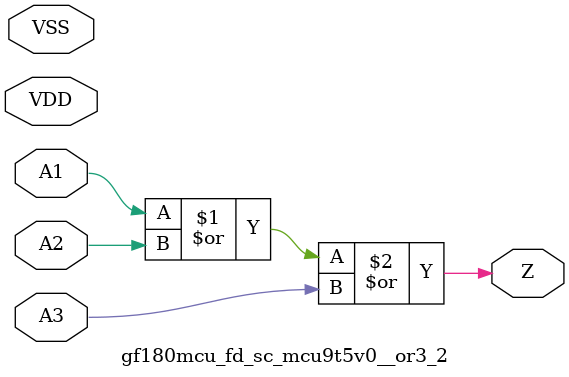
<source format=v>

module gf180mcu_fd_sc_mcu9t5v0__or3_2( A1, A2, A3, Z, VDD, VSS );
input A1, A2, A3;
inout VDD, VSS;
output Z;

	or MGM_BG_0( Z, A1, A2, A3 );

endmodule

</source>
